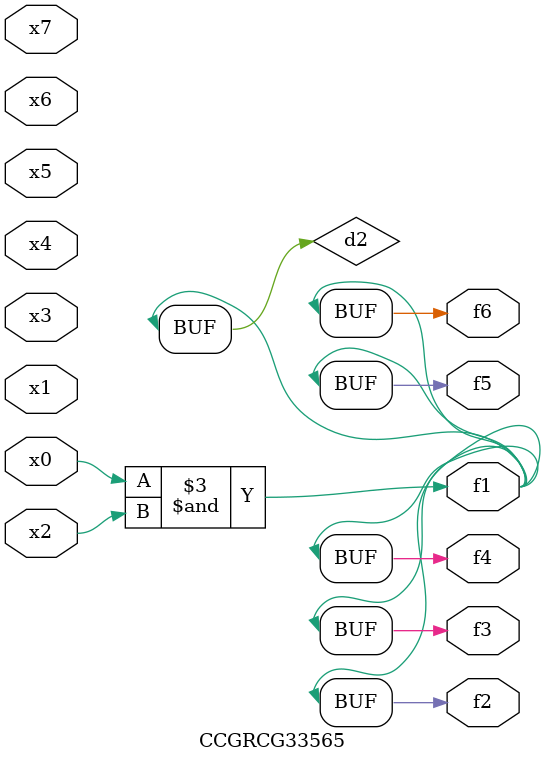
<source format=v>
module CCGRCG33565(
	input x0, x1, x2, x3, x4, x5, x6, x7,
	output f1, f2, f3, f4, f5, f6
);

	wire d1, d2;

	nor (d1, x3, x6);
	and (d2, x0, x2);
	assign f1 = d2;
	assign f2 = d2;
	assign f3 = d2;
	assign f4 = d2;
	assign f5 = d2;
	assign f6 = d2;
endmodule

</source>
